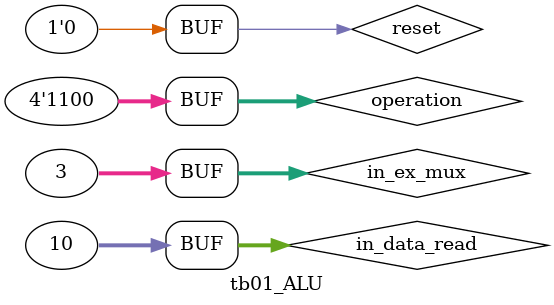
<source format=v>
`timescale 1ns / 1ps

module tb01_ALU(
    );
    reg reset;
    reg [31:0] in_data_read;
    reg [31:0] in_ex_mux;
    reg [3:0] operation;
    wire zero;
    wire [31:0] result;
    
    ALU uut(
        reset,in_data_read,in_ex_mux,operation,
        zero,result
        );
    
    initial begin
        reset = 1;
        in_data_read = 10;
        in_ex_mux = 3;
        #100 reset = 0;
        operation = 4'b0000; //AND
        #100 operation = 4'b0001;
        #100 operation = 4'b0100;
        #100 operation = 4'b0101;
        #100 operation = 4'b1000;
        #100 operation = 4'b1001;
        #100 operation = 4'b1100;
    end
endmodule
</source>
